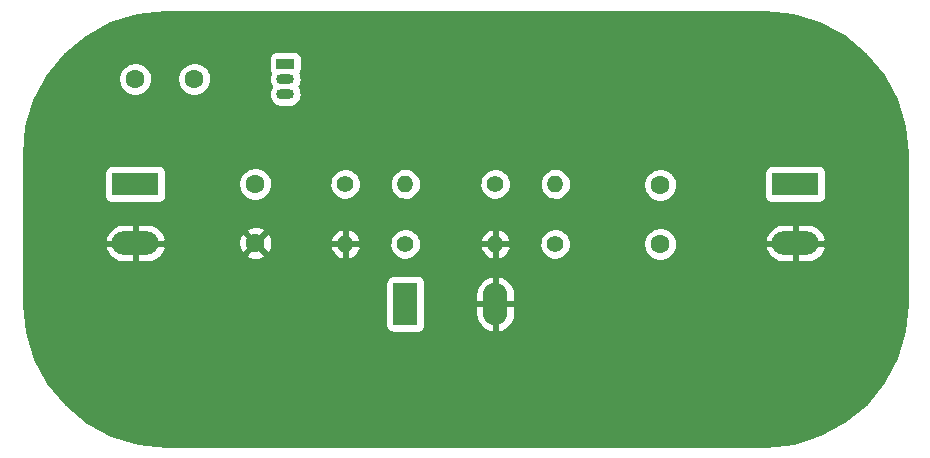
<source format=gbr>
G04 #@! TF.FileFunction,Copper,L2,Bot,Signal*
%FSLAX46Y46*%
G04 Gerber Fmt 4.6, Leading zero omitted, Abs format (unit mm)*
G04 Created by KiCad (PCBNEW 4.0.6) date 06/11/17 17:15:35*
%MOMM*%
%LPD*%
G01*
G04 APERTURE LIST*
%ADD10C,0.100000*%
%ADD11R,2.100000X3.600000*%
%ADD12O,2.100000X3.600000*%
%ADD13R,3.960000X1.980000*%
%ADD14O,3.960000X1.980000*%
%ADD15C,1.600000*%
%ADD16O,1.500000X0.900000*%
%ADD17R,1.500000X0.900000*%
%ADD18C,1.400000*%
%ADD19O,1.400000X1.400000*%
%ADD20C,0.254000*%
G04 APERTURE END LIST*
D10*
D11*
X83820000Y-63500000D03*
D12*
X91440000Y-63500000D03*
D13*
X116840000Y-53340000D03*
D14*
X116840000Y-58340000D03*
D15*
X60960000Y-44450000D03*
X65960000Y-44450000D03*
X71120000Y-53340000D03*
X71120000Y-58340000D03*
X105410000Y-53420000D03*
X105410000Y-58420000D03*
D13*
X60960000Y-53340000D03*
D14*
X60960000Y-58340000D03*
D16*
X73660000Y-44450000D03*
X73660000Y-45720000D03*
D17*
X73660000Y-43180000D03*
D18*
X83820000Y-58420000D03*
D19*
X83820000Y-53340000D03*
D18*
X91440000Y-53340000D03*
D19*
X91440000Y-58420000D03*
D18*
X96520000Y-58420000D03*
D19*
X96520000Y-53340000D03*
D18*
X78740000Y-53340000D03*
D19*
X78740000Y-58420000D03*
D20*
G36*
X116628206Y-39041687D02*
X118867735Y-39717840D01*
X120933283Y-40816112D01*
X122746165Y-42294663D01*
X124237340Y-44097185D01*
X125349999Y-46155003D01*
X126041772Y-48389759D01*
X126289820Y-50749782D01*
X126290000Y-50801327D01*
X126290000Y-63465280D01*
X126058313Y-65828206D01*
X125382160Y-68067735D01*
X124283890Y-70133280D01*
X122805339Y-71946162D01*
X121002822Y-73437336D01*
X118944993Y-74550001D01*
X116710240Y-75241772D01*
X114350218Y-75489820D01*
X114298674Y-75490000D01*
X63534720Y-75490000D01*
X61171794Y-75258313D01*
X58932265Y-74582160D01*
X56866720Y-73483890D01*
X55053838Y-72005339D01*
X53562664Y-70202822D01*
X52449999Y-68144993D01*
X51758228Y-65910240D01*
X51510180Y-63550218D01*
X51510000Y-63498674D01*
X51510000Y-61700000D01*
X82131928Y-61700000D01*
X82131928Y-65300000D01*
X82139992Y-65401121D01*
X82193106Y-65572634D01*
X82291900Y-65722559D01*
X82428550Y-65839025D01*
X82592237Y-65912810D01*
X82770000Y-65938072D01*
X84870000Y-65938072D01*
X84971121Y-65930008D01*
X85142634Y-65876894D01*
X85292559Y-65778100D01*
X85409025Y-65641450D01*
X85482810Y-65477763D01*
X85508072Y-65300000D01*
X85508072Y-63627000D01*
X89755000Y-63627000D01*
X89755000Y-64377000D01*
X89812153Y-64703287D01*
X89931864Y-65012154D01*
X90109531Y-65291732D01*
X90338327Y-65531277D01*
X90609460Y-65721583D01*
X90912510Y-65855337D01*
X91051721Y-65889654D01*
X91313000Y-65770957D01*
X91313000Y-63627000D01*
X91567000Y-63627000D01*
X91567000Y-65770957D01*
X91828279Y-65889654D01*
X91967490Y-65855337D01*
X92270540Y-65721583D01*
X92541673Y-65531277D01*
X92770469Y-65291732D01*
X92948136Y-65012154D01*
X93067847Y-64703287D01*
X93125000Y-64377000D01*
X93125000Y-63627000D01*
X91567000Y-63627000D01*
X91313000Y-63627000D01*
X89755000Y-63627000D01*
X85508072Y-63627000D01*
X85508072Y-62623000D01*
X89755000Y-62623000D01*
X89755000Y-63373000D01*
X91313000Y-63373000D01*
X91313000Y-61229043D01*
X91567000Y-61229043D01*
X91567000Y-63373000D01*
X93125000Y-63373000D01*
X93125000Y-62623000D01*
X93067847Y-62296713D01*
X92948136Y-61987846D01*
X92770469Y-61708268D01*
X92541673Y-61468723D01*
X92270540Y-61278417D01*
X91967490Y-61144663D01*
X91828279Y-61110346D01*
X91567000Y-61229043D01*
X91313000Y-61229043D01*
X91051721Y-61110346D01*
X90912510Y-61144663D01*
X90609460Y-61278417D01*
X90338327Y-61468723D01*
X90109531Y-61708268D01*
X89931864Y-61987846D01*
X89812153Y-62296713D01*
X89755000Y-62623000D01*
X85508072Y-62623000D01*
X85508072Y-61700000D01*
X85500008Y-61598879D01*
X85446894Y-61427366D01*
X85348100Y-61277441D01*
X85211450Y-61160975D01*
X85047763Y-61087190D01*
X84870000Y-61061928D01*
X82770000Y-61061928D01*
X82668879Y-61069992D01*
X82497366Y-61123106D01*
X82347441Y-61221900D01*
X82230975Y-61358550D01*
X82157190Y-61522237D01*
X82131928Y-61700000D01*
X51510000Y-61700000D01*
X51510000Y-58718865D01*
X58389782Y-58718865D01*
X58420095Y-58844528D01*
X58548304Y-59137205D01*
X58731148Y-59399246D01*
X58961601Y-59620581D01*
X59230806Y-59792704D01*
X59528418Y-59909000D01*
X59843000Y-59965000D01*
X60833000Y-59965000D01*
X60833000Y-58467000D01*
X61087000Y-58467000D01*
X61087000Y-59965000D01*
X62077000Y-59965000D01*
X62391582Y-59909000D01*
X62689194Y-59792704D01*
X62958399Y-59620581D01*
X63188852Y-59399246D01*
X63235284Y-59332702D01*
X70306903Y-59332702D01*
X70378486Y-59576671D01*
X70633996Y-59697571D01*
X70908184Y-59766300D01*
X71190512Y-59780217D01*
X71470130Y-59738787D01*
X71736292Y-59643603D01*
X71861514Y-59576671D01*
X71933097Y-59332702D01*
X71120000Y-58519605D01*
X70306903Y-59332702D01*
X63235284Y-59332702D01*
X63371696Y-59137205D01*
X63499905Y-58844528D01*
X63530218Y-58718865D01*
X63410740Y-58467000D01*
X61087000Y-58467000D01*
X60833000Y-58467000D01*
X58509260Y-58467000D01*
X58389782Y-58718865D01*
X51510000Y-58718865D01*
X51510000Y-58410512D01*
X69679783Y-58410512D01*
X69721213Y-58690130D01*
X69816397Y-58956292D01*
X69883329Y-59081514D01*
X70127298Y-59153097D01*
X70940395Y-58340000D01*
X71299605Y-58340000D01*
X72112702Y-59153097D01*
X72356671Y-59081514D01*
X72477571Y-58826004D01*
X72495787Y-58753330D01*
X77447278Y-58753330D01*
X77537147Y-58999123D01*
X77673241Y-59222660D01*
X77850330Y-59415351D01*
X78061608Y-59569792D01*
X78298956Y-59680047D01*
X78406671Y-59712716D01*
X78613000Y-59589374D01*
X78613000Y-58547000D01*
X78867000Y-58547000D01*
X78867000Y-59589374D01*
X79073329Y-59712716D01*
X79181044Y-59680047D01*
X79418392Y-59569792D01*
X79629670Y-59415351D01*
X79806759Y-59222660D01*
X79942853Y-58999123D01*
X80032722Y-58753330D01*
X79910201Y-58547000D01*
X78867000Y-58547000D01*
X78613000Y-58547000D01*
X77569799Y-58547000D01*
X77447278Y-58753330D01*
X72495787Y-58753330D01*
X72546300Y-58551816D01*
X72547264Y-58532250D01*
X82483246Y-58532250D01*
X82530507Y-58789756D01*
X82626884Y-59033178D01*
X82768707Y-59253244D01*
X82950574Y-59441572D01*
X83165556Y-59590989D01*
X83405466Y-59695803D01*
X83661166Y-59752023D01*
X83922915Y-59757505D01*
X84180745Y-59712043D01*
X84424834Y-59617367D01*
X84645885Y-59477084D01*
X84835478Y-59296537D01*
X84986392Y-59082603D01*
X85092878Y-58843430D01*
X85113348Y-58753330D01*
X90147278Y-58753330D01*
X90237147Y-58999123D01*
X90373241Y-59222660D01*
X90550330Y-59415351D01*
X90761608Y-59569792D01*
X90998956Y-59680047D01*
X91106671Y-59712716D01*
X91313000Y-59589374D01*
X91313000Y-58547000D01*
X91567000Y-58547000D01*
X91567000Y-59589374D01*
X91773329Y-59712716D01*
X91881044Y-59680047D01*
X92118392Y-59569792D01*
X92329670Y-59415351D01*
X92506759Y-59222660D01*
X92642853Y-58999123D01*
X92732722Y-58753330D01*
X92610201Y-58547000D01*
X91567000Y-58547000D01*
X91313000Y-58547000D01*
X90269799Y-58547000D01*
X90147278Y-58753330D01*
X85113348Y-58753330D01*
X85150881Y-58588129D01*
X85151661Y-58532250D01*
X95183246Y-58532250D01*
X95230507Y-58789756D01*
X95326884Y-59033178D01*
X95468707Y-59253244D01*
X95650574Y-59441572D01*
X95865556Y-59590989D01*
X96105466Y-59695803D01*
X96361166Y-59752023D01*
X96622915Y-59757505D01*
X96880745Y-59712043D01*
X97124834Y-59617367D01*
X97345885Y-59477084D01*
X97535478Y-59296537D01*
X97686392Y-59082603D01*
X97792878Y-58843430D01*
X97850881Y-58588129D01*
X97851543Y-58540659D01*
X103973114Y-58540659D01*
X104023915Y-58817453D01*
X104127512Y-59079109D01*
X104279959Y-59315660D01*
X104475448Y-59518095D01*
X104706534Y-59678704D01*
X104964415Y-59791369D01*
X105239268Y-59851800D01*
X105520624Y-59857693D01*
X105797767Y-59808826D01*
X106060140Y-59707058D01*
X106297749Y-59556267D01*
X106501544Y-59362195D01*
X106663762Y-59132236D01*
X106778225Y-58875148D01*
X106813731Y-58718865D01*
X114269782Y-58718865D01*
X114300095Y-58844528D01*
X114428304Y-59137205D01*
X114611148Y-59399246D01*
X114841601Y-59620581D01*
X115110806Y-59792704D01*
X115408418Y-59909000D01*
X115723000Y-59965000D01*
X116713000Y-59965000D01*
X116713000Y-58467000D01*
X116967000Y-58467000D01*
X116967000Y-59965000D01*
X117957000Y-59965000D01*
X118271582Y-59909000D01*
X118569194Y-59792704D01*
X118838399Y-59620581D01*
X119068852Y-59399246D01*
X119251696Y-59137205D01*
X119379905Y-58844528D01*
X119410218Y-58718865D01*
X119290740Y-58467000D01*
X116967000Y-58467000D01*
X116713000Y-58467000D01*
X114389260Y-58467000D01*
X114269782Y-58718865D01*
X106813731Y-58718865D01*
X106840573Y-58600723D01*
X106845061Y-58279291D01*
X106790400Y-58003233D01*
X106773049Y-57961135D01*
X114269782Y-57961135D01*
X114389260Y-58213000D01*
X116713000Y-58213000D01*
X116713000Y-56715000D01*
X116967000Y-56715000D01*
X116967000Y-58213000D01*
X119290740Y-58213000D01*
X119410218Y-57961135D01*
X119379905Y-57835472D01*
X119251696Y-57542795D01*
X119068852Y-57280754D01*
X118838399Y-57059419D01*
X118569194Y-56887296D01*
X118271582Y-56771000D01*
X117957000Y-56715000D01*
X116967000Y-56715000D01*
X116713000Y-56715000D01*
X115723000Y-56715000D01*
X115408418Y-56771000D01*
X115110806Y-56887296D01*
X114841601Y-57059419D01*
X114611148Y-57280754D01*
X114428304Y-57542795D01*
X114300095Y-57835472D01*
X114269782Y-57961135D01*
X106773049Y-57961135D01*
X106683160Y-57743049D01*
X106527426Y-57508650D01*
X106329129Y-57308964D01*
X106095823Y-57151597D01*
X105836394Y-57042543D01*
X105560724Y-56985956D01*
X105279313Y-56983991D01*
X105002880Y-57036724D01*
X104741954Y-57142145D01*
X104506473Y-57296239D01*
X104305408Y-57493137D01*
X104146416Y-57725339D01*
X104035553Y-57984000D01*
X103977043Y-58259268D01*
X103973114Y-58540659D01*
X97851543Y-58540659D01*
X97855057Y-58289097D01*
X97804205Y-58032276D01*
X97704438Y-57790223D01*
X97559556Y-57572159D01*
X97375078Y-57386388D01*
X97158030Y-57239988D01*
X96916680Y-57138533D01*
X96660221Y-57085890D01*
X96398420Y-57084062D01*
X96141251Y-57133120D01*
X95898507Y-57231194D01*
X95679437Y-57374550D01*
X95492383Y-57557727D01*
X95344471Y-57773747D01*
X95241334Y-58014383D01*
X95186901Y-58270469D01*
X95183246Y-58532250D01*
X85151661Y-58532250D01*
X85155057Y-58289097D01*
X85114976Y-58086670D01*
X90147278Y-58086670D01*
X90269799Y-58293000D01*
X91313000Y-58293000D01*
X91313000Y-57250626D01*
X91567000Y-57250626D01*
X91567000Y-58293000D01*
X92610201Y-58293000D01*
X92732722Y-58086670D01*
X92642853Y-57840877D01*
X92506759Y-57617340D01*
X92329670Y-57424649D01*
X92118392Y-57270208D01*
X91881044Y-57159953D01*
X91773329Y-57127284D01*
X91567000Y-57250626D01*
X91313000Y-57250626D01*
X91106671Y-57127284D01*
X90998956Y-57159953D01*
X90761608Y-57270208D01*
X90550330Y-57424649D01*
X90373241Y-57617340D01*
X90237147Y-57840877D01*
X90147278Y-58086670D01*
X85114976Y-58086670D01*
X85104205Y-58032276D01*
X85004438Y-57790223D01*
X84859556Y-57572159D01*
X84675078Y-57386388D01*
X84458030Y-57239988D01*
X84216680Y-57138533D01*
X83960221Y-57085890D01*
X83698420Y-57084062D01*
X83441251Y-57133120D01*
X83198507Y-57231194D01*
X82979437Y-57374550D01*
X82792383Y-57557727D01*
X82644471Y-57773747D01*
X82541334Y-58014383D01*
X82486901Y-58270469D01*
X82483246Y-58532250D01*
X72547264Y-58532250D01*
X72560217Y-58269488D01*
X72533130Y-58086670D01*
X77447278Y-58086670D01*
X77569799Y-58293000D01*
X78613000Y-58293000D01*
X78613000Y-57250626D01*
X78867000Y-57250626D01*
X78867000Y-58293000D01*
X79910201Y-58293000D01*
X80032722Y-58086670D01*
X79942853Y-57840877D01*
X79806759Y-57617340D01*
X79629670Y-57424649D01*
X79418392Y-57270208D01*
X79181044Y-57159953D01*
X79073329Y-57127284D01*
X78867000Y-57250626D01*
X78613000Y-57250626D01*
X78406671Y-57127284D01*
X78298956Y-57159953D01*
X78061608Y-57270208D01*
X77850330Y-57424649D01*
X77673241Y-57617340D01*
X77537147Y-57840877D01*
X77447278Y-58086670D01*
X72533130Y-58086670D01*
X72518787Y-57989870D01*
X72423603Y-57723708D01*
X72356671Y-57598486D01*
X72112702Y-57526903D01*
X71299605Y-58340000D01*
X70940395Y-58340000D01*
X70127298Y-57526903D01*
X69883329Y-57598486D01*
X69762429Y-57853996D01*
X69693700Y-58128184D01*
X69679783Y-58410512D01*
X51510000Y-58410512D01*
X51510000Y-57961135D01*
X58389782Y-57961135D01*
X58509260Y-58213000D01*
X60833000Y-58213000D01*
X60833000Y-56715000D01*
X61087000Y-56715000D01*
X61087000Y-58213000D01*
X63410740Y-58213000D01*
X63530218Y-57961135D01*
X63499905Y-57835472D01*
X63371696Y-57542795D01*
X63235285Y-57347298D01*
X70306903Y-57347298D01*
X71120000Y-58160395D01*
X71933097Y-57347298D01*
X71861514Y-57103329D01*
X71606004Y-56982429D01*
X71331816Y-56913700D01*
X71049488Y-56899783D01*
X70769870Y-56941213D01*
X70503708Y-57036397D01*
X70378486Y-57103329D01*
X70306903Y-57347298D01*
X63235285Y-57347298D01*
X63188852Y-57280754D01*
X62958399Y-57059419D01*
X62689194Y-56887296D01*
X62391582Y-56771000D01*
X62077000Y-56715000D01*
X61087000Y-56715000D01*
X60833000Y-56715000D01*
X59843000Y-56715000D01*
X59528418Y-56771000D01*
X59230806Y-56887296D01*
X58961601Y-57059419D01*
X58731148Y-57280754D01*
X58548304Y-57542795D01*
X58420095Y-57835472D01*
X58389782Y-57961135D01*
X51510000Y-57961135D01*
X51510000Y-52350000D01*
X58341928Y-52350000D01*
X58341928Y-54330000D01*
X58349992Y-54431121D01*
X58403106Y-54602634D01*
X58501900Y-54752559D01*
X58638550Y-54869025D01*
X58802237Y-54942810D01*
X58980000Y-54968072D01*
X62940000Y-54968072D01*
X63041121Y-54960008D01*
X63212634Y-54906894D01*
X63362559Y-54808100D01*
X63479025Y-54671450D01*
X63552810Y-54507763D01*
X63578072Y-54330000D01*
X63578072Y-53460659D01*
X69683114Y-53460659D01*
X69733915Y-53737453D01*
X69837512Y-53999109D01*
X69989959Y-54235660D01*
X70185448Y-54438095D01*
X70416534Y-54598704D01*
X70674415Y-54711369D01*
X70949268Y-54771800D01*
X71230624Y-54777693D01*
X71507767Y-54728826D01*
X71770140Y-54627058D01*
X72007749Y-54476267D01*
X72211544Y-54282195D01*
X72373762Y-54052236D01*
X72488225Y-53795148D01*
X72550573Y-53520723D01*
X72551529Y-53452250D01*
X77403246Y-53452250D01*
X77450507Y-53709756D01*
X77546884Y-53953178D01*
X77688707Y-54173244D01*
X77870574Y-54361572D01*
X78085556Y-54510989D01*
X78325466Y-54615803D01*
X78581166Y-54672023D01*
X78842915Y-54677505D01*
X79100745Y-54632043D01*
X79344834Y-54537367D01*
X79565885Y-54397084D01*
X79755478Y-54216537D01*
X79906392Y-54002603D01*
X80012878Y-53763430D01*
X80070881Y-53508129D01*
X80073319Y-53333541D01*
X82485000Y-53333541D01*
X82485000Y-53346459D01*
X82510425Y-53605762D01*
X82585731Y-53855188D01*
X82708050Y-54085237D01*
X82872723Y-54287146D01*
X83073477Y-54453224D01*
X83302667Y-54577146D01*
X83551561Y-54654192D01*
X83810680Y-54681426D01*
X84070154Y-54657812D01*
X84320100Y-54584249D01*
X84550997Y-54463539D01*
X84754051Y-54300280D01*
X84921527Y-54100690D01*
X85047046Y-53872371D01*
X85125827Y-53624021D01*
X85145094Y-53452250D01*
X90103246Y-53452250D01*
X90150507Y-53709756D01*
X90246884Y-53953178D01*
X90388707Y-54173244D01*
X90570574Y-54361572D01*
X90785556Y-54510989D01*
X91025466Y-54615803D01*
X91281166Y-54672023D01*
X91542915Y-54677505D01*
X91800745Y-54632043D01*
X92044834Y-54537367D01*
X92265885Y-54397084D01*
X92455478Y-54216537D01*
X92606392Y-54002603D01*
X92712878Y-53763430D01*
X92770881Y-53508129D01*
X92773319Y-53333541D01*
X95185000Y-53333541D01*
X95185000Y-53346459D01*
X95210425Y-53605762D01*
X95285731Y-53855188D01*
X95408050Y-54085237D01*
X95572723Y-54287146D01*
X95773477Y-54453224D01*
X96002667Y-54577146D01*
X96251561Y-54654192D01*
X96510680Y-54681426D01*
X96770154Y-54657812D01*
X97020100Y-54584249D01*
X97250997Y-54463539D01*
X97454051Y-54300280D01*
X97621527Y-54100690D01*
X97747046Y-53872371D01*
X97825827Y-53624021D01*
X97835177Y-53540659D01*
X103973114Y-53540659D01*
X104023915Y-53817453D01*
X104127512Y-54079109D01*
X104279959Y-54315660D01*
X104475448Y-54518095D01*
X104706534Y-54678704D01*
X104964415Y-54791369D01*
X105239268Y-54851800D01*
X105520624Y-54857693D01*
X105797767Y-54808826D01*
X106060140Y-54707058D01*
X106297749Y-54556267D01*
X106501544Y-54362195D01*
X106663762Y-54132236D01*
X106778225Y-53875148D01*
X106840573Y-53600723D01*
X106845061Y-53279291D01*
X106790400Y-53003233D01*
X106683160Y-52743049D01*
X106527426Y-52508650D01*
X106369880Y-52350000D01*
X114221928Y-52350000D01*
X114221928Y-54330000D01*
X114229992Y-54431121D01*
X114283106Y-54602634D01*
X114381900Y-54752559D01*
X114518550Y-54869025D01*
X114682237Y-54942810D01*
X114860000Y-54968072D01*
X118820000Y-54968072D01*
X118921121Y-54960008D01*
X119092634Y-54906894D01*
X119242559Y-54808100D01*
X119359025Y-54671450D01*
X119432810Y-54507763D01*
X119458072Y-54330000D01*
X119458072Y-52350000D01*
X119450008Y-52248879D01*
X119396894Y-52077366D01*
X119298100Y-51927441D01*
X119161450Y-51810975D01*
X118997763Y-51737190D01*
X118820000Y-51711928D01*
X114860000Y-51711928D01*
X114758879Y-51719992D01*
X114587366Y-51773106D01*
X114437441Y-51871900D01*
X114320975Y-52008550D01*
X114247190Y-52172237D01*
X114221928Y-52350000D01*
X106369880Y-52350000D01*
X106329129Y-52308964D01*
X106095823Y-52151597D01*
X105836394Y-52042543D01*
X105560724Y-51985956D01*
X105279313Y-51983991D01*
X105002880Y-52036724D01*
X104741954Y-52142145D01*
X104506473Y-52296239D01*
X104305408Y-52493137D01*
X104146416Y-52725339D01*
X104035553Y-52984000D01*
X103977043Y-53259268D01*
X103973114Y-53540659D01*
X97835177Y-53540659D01*
X97854870Y-53365099D01*
X97855000Y-53346459D01*
X97855000Y-53333541D01*
X97829575Y-53074238D01*
X97754269Y-52824812D01*
X97631950Y-52594763D01*
X97467277Y-52392854D01*
X97266523Y-52226776D01*
X97037333Y-52102854D01*
X96788439Y-52025808D01*
X96529320Y-51998574D01*
X96269846Y-52022188D01*
X96019900Y-52095751D01*
X95789003Y-52216461D01*
X95585949Y-52379720D01*
X95418473Y-52579310D01*
X95292954Y-52807629D01*
X95214173Y-53055979D01*
X95185130Y-53314901D01*
X95185000Y-53333541D01*
X92773319Y-53333541D01*
X92775057Y-53209097D01*
X92724205Y-52952276D01*
X92624438Y-52710223D01*
X92479556Y-52492159D01*
X92295078Y-52306388D01*
X92078030Y-52159988D01*
X91836680Y-52058533D01*
X91580221Y-52005890D01*
X91318420Y-52004062D01*
X91061251Y-52053120D01*
X90818507Y-52151194D01*
X90599437Y-52294550D01*
X90412383Y-52477727D01*
X90264471Y-52693747D01*
X90161334Y-52934383D01*
X90106901Y-53190469D01*
X90103246Y-53452250D01*
X85145094Y-53452250D01*
X85154870Y-53365099D01*
X85155000Y-53346459D01*
X85155000Y-53333541D01*
X85129575Y-53074238D01*
X85054269Y-52824812D01*
X84931950Y-52594763D01*
X84767277Y-52392854D01*
X84566523Y-52226776D01*
X84337333Y-52102854D01*
X84088439Y-52025808D01*
X83829320Y-51998574D01*
X83569846Y-52022188D01*
X83319900Y-52095751D01*
X83089003Y-52216461D01*
X82885949Y-52379720D01*
X82718473Y-52579310D01*
X82592954Y-52807629D01*
X82514173Y-53055979D01*
X82485130Y-53314901D01*
X82485000Y-53333541D01*
X80073319Y-53333541D01*
X80075057Y-53209097D01*
X80024205Y-52952276D01*
X79924438Y-52710223D01*
X79779556Y-52492159D01*
X79595078Y-52306388D01*
X79378030Y-52159988D01*
X79136680Y-52058533D01*
X78880221Y-52005890D01*
X78618420Y-52004062D01*
X78361251Y-52053120D01*
X78118507Y-52151194D01*
X77899437Y-52294550D01*
X77712383Y-52477727D01*
X77564471Y-52693747D01*
X77461334Y-52934383D01*
X77406901Y-53190469D01*
X77403246Y-53452250D01*
X72551529Y-53452250D01*
X72555061Y-53199291D01*
X72500400Y-52923233D01*
X72393160Y-52663049D01*
X72237426Y-52428650D01*
X72039129Y-52228964D01*
X71805823Y-52071597D01*
X71546394Y-51962543D01*
X71270724Y-51905956D01*
X70989313Y-51903991D01*
X70712880Y-51956724D01*
X70451954Y-52062145D01*
X70216473Y-52216239D01*
X70015408Y-52413137D01*
X69856416Y-52645339D01*
X69745553Y-52904000D01*
X69687043Y-53179268D01*
X69683114Y-53460659D01*
X63578072Y-53460659D01*
X63578072Y-52350000D01*
X63570008Y-52248879D01*
X63516894Y-52077366D01*
X63418100Y-51927441D01*
X63281450Y-51810975D01*
X63117763Y-51737190D01*
X62940000Y-51711928D01*
X58980000Y-51711928D01*
X58878879Y-51719992D01*
X58707366Y-51773106D01*
X58557441Y-51871900D01*
X58440975Y-52008550D01*
X58367190Y-52172237D01*
X58341928Y-52350000D01*
X51510000Y-52350000D01*
X51510000Y-50834720D01*
X51741687Y-48471794D01*
X52417840Y-46232265D01*
X53301332Y-44570659D01*
X59523114Y-44570659D01*
X59573915Y-44847453D01*
X59677512Y-45109109D01*
X59829959Y-45345660D01*
X60025448Y-45548095D01*
X60256534Y-45708704D01*
X60514415Y-45821369D01*
X60789268Y-45881800D01*
X61070624Y-45887693D01*
X61347767Y-45838826D01*
X61610140Y-45737058D01*
X61847749Y-45586267D01*
X62051544Y-45392195D01*
X62213762Y-45162236D01*
X62328225Y-44905148D01*
X62390573Y-44630723D01*
X62391411Y-44570659D01*
X64523114Y-44570659D01*
X64573915Y-44847453D01*
X64677512Y-45109109D01*
X64829959Y-45345660D01*
X65025448Y-45548095D01*
X65256534Y-45708704D01*
X65514415Y-45821369D01*
X65789268Y-45881800D01*
X66070624Y-45887693D01*
X66347767Y-45838826D01*
X66610140Y-45737058D01*
X66847749Y-45586267D01*
X67051544Y-45392195D01*
X67213762Y-45162236D01*
X67328225Y-44905148D01*
X67390573Y-44630723D01*
X67393202Y-44442425D01*
X72268325Y-44442425D01*
X72287517Y-44653309D01*
X72347305Y-44856448D01*
X72445410Y-45044106D01*
X72477745Y-45084323D01*
X72453793Y-45113276D01*
X72353077Y-45299546D01*
X72290460Y-45501830D01*
X72268325Y-45712425D01*
X72287517Y-45923309D01*
X72347305Y-46126448D01*
X72445410Y-46314106D01*
X72578096Y-46479135D01*
X72740310Y-46615248D01*
X72925872Y-46717262D01*
X73127715Y-46781290D01*
X73338150Y-46804894D01*
X73353299Y-46805000D01*
X73966701Y-46805000D01*
X74177445Y-46784336D01*
X74380162Y-46723132D01*
X74567131Y-46623720D01*
X74731229Y-46489884D01*
X74866207Y-46326724D01*
X74966923Y-46140454D01*
X75029540Y-45938170D01*
X75051675Y-45727575D01*
X75032483Y-45516691D01*
X74972695Y-45313552D01*
X74874590Y-45125894D01*
X74842255Y-45085677D01*
X74866207Y-45056724D01*
X74966923Y-44870454D01*
X75029540Y-44668170D01*
X75051675Y-44457575D01*
X75032483Y-44246691D01*
X74972695Y-44043552D01*
X74940333Y-43981649D01*
X74949025Y-43971450D01*
X75022810Y-43807763D01*
X75048072Y-43630000D01*
X75048072Y-42730000D01*
X75040008Y-42628879D01*
X74986894Y-42457366D01*
X74888100Y-42307441D01*
X74751450Y-42190975D01*
X74587763Y-42117190D01*
X74410000Y-42091928D01*
X72910000Y-42091928D01*
X72808879Y-42099992D01*
X72637366Y-42153106D01*
X72487441Y-42251900D01*
X72370975Y-42388550D01*
X72297190Y-42552237D01*
X72271928Y-42730000D01*
X72271928Y-43630000D01*
X72279992Y-43731121D01*
X72333106Y-43902634D01*
X72381769Y-43976482D01*
X72353077Y-44029546D01*
X72290460Y-44231830D01*
X72268325Y-44442425D01*
X67393202Y-44442425D01*
X67395061Y-44309291D01*
X67340400Y-44033233D01*
X67233160Y-43773049D01*
X67077426Y-43538650D01*
X66879129Y-43338964D01*
X66645823Y-43181597D01*
X66386394Y-43072543D01*
X66110724Y-43015956D01*
X65829313Y-43013991D01*
X65552880Y-43066724D01*
X65291954Y-43172145D01*
X65056473Y-43326239D01*
X64855408Y-43523137D01*
X64696416Y-43755339D01*
X64585553Y-44014000D01*
X64527043Y-44289268D01*
X64523114Y-44570659D01*
X62391411Y-44570659D01*
X62395061Y-44309291D01*
X62340400Y-44033233D01*
X62233160Y-43773049D01*
X62077426Y-43538650D01*
X61879129Y-43338964D01*
X61645823Y-43181597D01*
X61386394Y-43072543D01*
X61110724Y-43015956D01*
X60829313Y-43013991D01*
X60552880Y-43066724D01*
X60291954Y-43172145D01*
X60056473Y-43326239D01*
X59855408Y-43523137D01*
X59696416Y-43755339D01*
X59585553Y-44014000D01*
X59527043Y-44289268D01*
X59523114Y-44570659D01*
X53301332Y-44570659D01*
X53516112Y-44166717D01*
X54994663Y-42353835D01*
X56797185Y-40862660D01*
X58855003Y-39750001D01*
X61089759Y-39058228D01*
X63449782Y-38810180D01*
X63501327Y-38810000D01*
X114265280Y-38810000D01*
X116628206Y-39041687D01*
X116628206Y-39041687D01*
G37*
X116628206Y-39041687D02*
X118867735Y-39717840D01*
X120933283Y-40816112D01*
X122746165Y-42294663D01*
X124237340Y-44097185D01*
X125349999Y-46155003D01*
X126041772Y-48389759D01*
X126289820Y-50749782D01*
X126290000Y-50801327D01*
X126290000Y-63465280D01*
X126058313Y-65828206D01*
X125382160Y-68067735D01*
X124283890Y-70133280D01*
X122805339Y-71946162D01*
X121002822Y-73437336D01*
X118944993Y-74550001D01*
X116710240Y-75241772D01*
X114350218Y-75489820D01*
X114298674Y-75490000D01*
X63534720Y-75490000D01*
X61171794Y-75258313D01*
X58932265Y-74582160D01*
X56866720Y-73483890D01*
X55053838Y-72005339D01*
X53562664Y-70202822D01*
X52449999Y-68144993D01*
X51758228Y-65910240D01*
X51510180Y-63550218D01*
X51510000Y-63498674D01*
X51510000Y-61700000D01*
X82131928Y-61700000D01*
X82131928Y-65300000D01*
X82139992Y-65401121D01*
X82193106Y-65572634D01*
X82291900Y-65722559D01*
X82428550Y-65839025D01*
X82592237Y-65912810D01*
X82770000Y-65938072D01*
X84870000Y-65938072D01*
X84971121Y-65930008D01*
X85142634Y-65876894D01*
X85292559Y-65778100D01*
X85409025Y-65641450D01*
X85482810Y-65477763D01*
X85508072Y-65300000D01*
X85508072Y-63627000D01*
X89755000Y-63627000D01*
X89755000Y-64377000D01*
X89812153Y-64703287D01*
X89931864Y-65012154D01*
X90109531Y-65291732D01*
X90338327Y-65531277D01*
X90609460Y-65721583D01*
X90912510Y-65855337D01*
X91051721Y-65889654D01*
X91313000Y-65770957D01*
X91313000Y-63627000D01*
X91567000Y-63627000D01*
X91567000Y-65770957D01*
X91828279Y-65889654D01*
X91967490Y-65855337D01*
X92270540Y-65721583D01*
X92541673Y-65531277D01*
X92770469Y-65291732D01*
X92948136Y-65012154D01*
X93067847Y-64703287D01*
X93125000Y-64377000D01*
X93125000Y-63627000D01*
X91567000Y-63627000D01*
X91313000Y-63627000D01*
X89755000Y-63627000D01*
X85508072Y-63627000D01*
X85508072Y-62623000D01*
X89755000Y-62623000D01*
X89755000Y-63373000D01*
X91313000Y-63373000D01*
X91313000Y-61229043D01*
X91567000Y-61229043D01*
X91567000Y-63373000D01*
X93125000Y-63373000D01*
X93125000Y-62623000D01*
X93067847Y-62296713D01*
X92948136Y-61987846D01*
X92770469Y-61708268D01*
X92541673Y-61468723D01*
X92270540Y-61278417D01*
X91967490Y-61144663D01*
X91828279Y-61110346D01*
X91567000Y-61229043D01*
X91313000Y-61229043D01*
X91051721Y-61110346D01*
X90912510Y-61144663D01*
X90609460Y-61278417D01*
X90338327Y-61468723D01*
X90109531Y-61708268D01*
X89931864Y-61987846D01*
X89812153Y-62296713D01*
X89755000Y-62623000D01*
X85508072Y-62623000D01*
X85508072Y-61700000D01*
X85500008Y-61598879D01*
X85446894Y-61427366D01*
X85348100Y-61277441D01*
X85211450Y-61160975D01*
X85047763Y-61087190D01*
X84870000Y-61061928D01*
X82770000Y-61061928D01*
X82668879Y-61069992D01*
X82497366Y-61123106D01*
X82347441Y-61221900D01*
X82230975Y-61358550D01*
X82157190Y-61522237D01*
X82131928Y-61700000D01*
X51510000Y-61700000D01*
X51510000Y-58718865D01*
X58389782Y-58718865D01*
X58420095Y-58844528D01*
X58548304Y-59137205D01*
X58731148Y-59399246D01*
X58961601Y-59620581D01*
X59230806Y-59792704D01*
X59528418Y-59909000D01*
X59843000Y-59965000D01*
X60833000Y-59965000D01*
X60833000Y-58467000D01*
X61087000Y-58467000D01*
X61087000Y-59965000D01*
X62077000Y-59965000D01*
X62391582Y-59909000D01*
X62689194Y-59792704D01*
X62958399Y-59620581D01*
X63188852Y-59399246D01*
X63235284Y-59332702D01*
X70306903Y-59332702D01*
X70378486Y-59576671D01*
X70633996Y-59697571D01*
X70908184Y-59766300D01*
X71190512Y-59780217D01*
X71470130Y-59738787D01*
X71736292Y-59643603D01*
X71861514Y-59576671D01*
X71933097Y-59332702D01*
X71120000Y-58519605D01*
X70306903Y-59332702D01*
X63235284Y-59332702D01*
X63371696Y-59137205D01*
X63499905Y-58844528D01*
X63530218Y-58718865D01*
X63410740Y-58467000D01*
X61087000Y-58467000D01*
X60833000Y-58467000D01*
X58509260Y-58467000D01*
X58389782Y-58718865D01*
X51510000Y-58718865D01*
X51510000Y-58410512D01*
X69679783Y-58410512D01*
X69721213Y-58690130D01*
X69816397Y-58956292D01*
X69883329Y-59081514D01*
X70127298Y-59153097D01*
X70940395Y-58340000D01*
X71299605Y-58340000D01*
X72112702Y-59153097D01*
X72356671Y-59081514D01*
X72477571Y-58826004D01*
X72495787Y-58753330D01*
X77447278Y-58753330D01*
X77537147Y-58999123D01*
X77673241Y-59222660D01*
X77850330Y-59415351D01*
X78061608Y-59569792D01*
X78298956Y-59680047D01*
X78406671Y-59712716D01*
X78613000Y-59589374D01*
X78613000Y-58547000D01*
X78867000Y-58547000D01*
X78867000Y-59589374D01*
X79073329Y-59712716D01*
X79181044Y-59680047D01*
X79418392Y-59569792D01*
X79629670Y-59415351D01*
X79806759Y-59222660D01*
X79942853Y-58999123D01*
X80032722Y-58753330D01*
X79910201Y-58547000D01*
X78867000Y-58547000D01*
X78613000Y-58547000D01*
X77569799Y-58547000D01*
X77447278Y-58753330D01*
X72495787Y-58753330D01*
X72546300Y-58551816D01*
X72547264Y-58532250D01*
X82483246Y-58532250D01*
X82530507Y-58789756D01*
X82626884Y-59033178D01*
X82768707Y-59253244D01*
X82950574Y-59441572D01*
X83165556Y-59590989D01*
X83405466Y-59695803D01*
X83661166Y-59752023D01*
X83922915Y-59757505D01*
X84180745Y-59712043D01*
X84424834Y-59617367D01*
X84645885Y-59477084D01*
X84835478Y-59296537D01*
X84986392Y-59082603D01*
X85092878Y-58843430D01*
X85113348Y-58753330D01*
X90147278Y-58753330D01*
X90237147Y-58999123D01*
X90373241Y-59222660D01*
X90550330Y-59415351D01*
X90761608Y-59569792D01*
X90998956Y-59680047D01*
X91106671Y-59712716D01*
X91313000Y-59589374D01*
X91313000Y-58547000D01*
X91567000Y-58547000D01*
X91567000Y-59589374D01*
X91773329Y-59712716D01*
X91881044Y-59680047D01*
X92118392Y-59569792D01*
X92329670Y-59415351D01*
X92506759Y-59222660D01*
X92642853Y-58999123D01*
X92732722Y-58753330D01*
X92610201Y-58547000D01*
X91567000Y-58547000D01*
X91313000Y-58547000D01*
X90269799Y-58547000D01*
X90147278Y-58753330D01*
X85113348Y-58753330D01*
X85150881Y-58588129D01*
X85151661Y-58532250D01*
X95183246Y-58532250D01*
X95230507Y-58789756D01*
X95326884Y-59033178D01*
X95468707Y-59253244D01*
X95650574Y-59441572D01*
X95865556Y-59590989D01*
X96105466Y-59695803D01*
X96361166Y-59752023D01*
X96622915Y-59757505D01*
X96880745Y-59712043D01*
X97124834Y-59617367D01*
X97345885Y-59477084D01*
X97535478Y-59296537D01*
X97686392Y-59082603D01*
X97792878Y-58843430D01*
X97850881Y-58588129D01*
X97851543Y-58540659D01*
X103973114Y-58540659D01*
X104023915Y-58817453D01*
X104127512Y-59079109D01*
X104279959Y-59315660D01*
X104475448Y-59518095D01*
X104706534Y-59678704D01*
X104964415Y-59791369D01*
X105239268Y-59851800D01*
X105520624Y-59857693D01*
X105797767Y-59808826D01*
X106060140Y-59707058D01*
X106297749Y-59556267D01*
X106501544Y-59362195D01*
X106663762Y-59132236D01*
X106778225Y-58875148D01*
X106813731Y-58718865D01*
X114269782Y-58718865D01*
X114300095Y-58844528D01*
X114428304Y-59137205D01*
X114611148Y-59399246D01*
X114841601Y-59620581D01*
X115110806Y-59792704D01*
X115408418Y-59909000D01*
X115723000Y-59965000D01*
X116713000Y-59965000D01*
X116713000Y-58467000D01*
X116967000Y-58467000D01*
X116967000Y-59965000D01*
X117957000Y-59965000D01*
X118271582Y-59909000D01*
X118569194Y-59792704D01*
X118838399Y-59620581D01*
X119068852Y-59399246D01*
X119251696Y-59137205D01*
X119379905Y-58844528D01*
X119410218Y-58718865D01*
X119290740Y-58467000D01*
X116967000Y-58467000D01*
X116713000Y-58467000D01*
X114389260Y-58467000D01*
X114269782Y-58718865D01*
X106813731Y-58718865D01*
X106840573Y-58600723D01*
X106845061Y-58279291D01*
X106790400Y-58003233D01*
X106773049Y-57961135D01*
X114269782Y-57961135D01*
X114389260Y-58213000D01*
X116713000Y-58213000D01*
X116713000Y-56715000D01*
X116967000Y-56715000D01*
X116967000Y-58213000D01*
X119290740Y-58213000D01*
X119410218Y-57961135D01*
X119379905Y-57835472D01*
X119251696Y-57542795D01*
X119068852Y-57280754D01*
X118838399Y-57059419D01*
X118569194Y-56887296D01*
X118271582Y-56771000D01*
X117957000Y-56715000D01*
X116967000Y-56715000D01*
X116713000Y-56715000D01*
X115723000Y-56715000D01*
X115408418Y-56771000D01*
X115110806Y-56887296D01*
X114841601Y-57059419D01*
X114611148Y-57280754D01*
X114428304Y-57542795D01*
X114300095Y-57835472D01*
X114269782Y-57961135D01*
X106773049Y-57961135D01*
X106683160Y-57743049D01*
X106527426Y-57508650D01*
X106329129Y-57308964D01*
X106095823Y-57151597D01*
X105836394Y-57042543D01*
X105560724Y-56985956D01*
X105279313Y-56983991D01*
X105002880Y-57036724D01*
X104741954Y-57142145D01*
X104506473Y-57296239D01*
X104305408Y-57493137D01*
X104146416Y-57725339D01*
X104035553Y-57984000D01*
X103977043Y-58259268D01*
X103973114Y-58540659D01*
X97851543Y-58540659D01*
X97855057Y-58289097D01*
X97804205Y-58032276D01*
X97704438Y-57790223D01*
X97559556Y-57572159D01*
X97375078Y-57386388D01*
X97158030Y-57239988D01*
X96916680Y-57138533D01*
X96660221Y-57085890D01*
X96398420Y-57084062D01*
X96141251Y-57133120D01*
X95898507Y-57231194D01*
X95679437Y-57374550D01*
X95492383Y-57557727D01*
X95344471Y-57773747D01*
X95241334Y-58014383D01*
X95186901Y-58270469D01*
X95183246Y-58532250D01*
X85151661Y-58532250D01*
X85155057Y-58289097D01*
X85114976Y-58086670D01*
X90147278Y-58086670D01*
X90269799Y-58293000D01*
X91313000Y-58293000D01*
X91313000Y-57250626D01*
X91567000Y-57250626D01*
X91567000Y-58293000D01*
X92610201Y-58293000D01*
X92732722Y-58086670D01*
X92642853Y-57840877D01*
X92506759Y-57617340D01*
X92329670Y-57424649D01*
X92118392Y-57270208D01*
X91881044Y-57159953D01*
X91773329Y-57127284D01*
X91567000Y-57250626D01*
X91313000Y-57250626D01*
X91106671Y-57127284D01*
X90998956Y-57159953D01*
X90761608Y-57270208D01*
X90550330Y-57424649D01*
X90373241Y-57617340D01*
X90237147Y-57840877D01*
X90147278Y-58086670D01*
X85114976Y-58086670D01*
X85104205Y-58032276D01*
X85004438Y-57790223D01*
X84859556Y-57572159D01*
X84675078Y-57386388D01*
X84458030Y-57239988D01*
X84216680Y-57138533D01*
X83960221Y-57085890D01*
X83698420Y-57084062D01*
X83441251Y-57133120D01*
X83198507Y-57231194D01*
X82979437Y-57374550D01*
X82792383Y-57557727D01*
X82644471Y-57773747D01*
X82541334Y-58014383D01*
X82486901Y-58270469D01*
X82483246Y-58532250D01*
X72547264Y-58532250D01*
X72560217Y-58269488D01*
X72533130Y-58086670D01*
X77447278Y-58086670D01*
X77569799Y-58293000D01*
X78613000Y-58293000D01*
X78613000Y-57250626D01*
X78867000Y-57250626D01*
X78867000Y-58293000D01*
X79910201Y-58293000D01*
X80032722Y-58086670D01*
X79942853Y-57840877D01*
X79806759Y-57617340D01*
X79629670Y-57424649D01*
X79418392Y-57270208D01*
X79181044Y-57159953D01*
X79073329Y-57127284D01*
X78867000Y-57250626D01*
X78613000Y-57250626D01*
X78406671Y-57127284D01*
X78298956Y-57159953D01*
X78061608Y-57270208D01*
X77850330Y-57424649D01*
X77673241Y-57617340D01*
X77537147Y-57840877D01*
X77447278Y-58086670D01*
X72533130Y-58086670D01*
X72518787Y-57989870D01*
X72423603Y-57723708D01*
X72356671Y-57598486D01*
X72112702Y-57526903D01*
X71299605Y-58340000D01*
X70940395Y-58340000D01*
X70127298Y-57526903D01*
X69883329Y-57598486D01*
X69762429Y-57853996D01*
X69693700Y-58128184D01*
X69679783Y-58410512D01*
X51510000Y-58410512D01*
X51510000Y-57961135D01*
X58389782Y-57961135D01*
X58509260Y-58213000D01*
X60833000Y-58213000D01*
X60833000Y-56715000D01*
X61087000Y-56715000D01*
X61087000Y-58213000D01*
X63410740Y-58213000D01*
X63530218Y-57961135D01*
X63499905Y-57835472D01*
X63371696Y-57542795D01*
X63235285Y-57347298D01*
X70306903Y-57347298D01*
X71120000Y-58160395D01*
X71933097Y-57347298D01*
X71861514Y-57103329D01*
X71606004Y-56982429D01*
X71331816Y-56913700D01*
X71049488Y-56899783D01*
X70769870Y-56941213D01*
X70503708Y-57036397D01*
X70378486Y-57103329D01*
X70306903Y-57347298D01*
X63235285Y-57347298D01*
X63188852Y-57280754D01*
X62958399Y-57059419D01*
X62689194Y-56887296D01*
X62391582Y-56771000D01*
X62077000Y-56715000D01*
X61087000Y-56715000D01*
X60833000Y-56715000D01*
X59843000Y-56715000D01*
X59528418Y-56771000D01*
X59230806Y-56887296D01*
X58961601Y-57059419D01*
X58731148Y-57280754D01*
X58548304Y-57542795D01*
X58420095Y-57835472D01*
X58389782Y-57961135D01*
X51510000Y-57961135D01*
X51510000Y-52350000D01*
X58341928Y-52350000D01*
X58341928Y-54330000D01*
X58349992Y-54431121D01*
X58403106Y-54602634D01*
X58501900Y-54752559D01*
X58638550Y-54869025D01*
X58802237Y-54942810D01*
X58980000Y-54968072D01*
X62940000Y-54968072D01*
X63041121Y-54960008D01*
X63212634Y-54906894D01*
X63362559Y-54808100D01*
X63479025Y-54671450D01*
X63552810Y-54507763D01*
X63578072Y-54330000D01*
X63578072Y-53460659D01*
X69683114Y-53460659D01*
X69733915Y-53737453D01*
X69837512Y-53999109D01*
X69989959Y-54235660D01*
X70185448Y-54438095D01*
X70416534Y-54598704D01*
X70674415Y-54711369D01*
X70949268Y-54771800D01*
X71230624Y-54777693D01*
X71507767Y-54728826D01*
X71770140Y-54627058D01*
X72007749Y-54476267D01*
X72211544Y-54282195D01*
X72373762Y-54052236D01*
X72488225Y-53795148D01*
X72550573Y-53520723D01*
X72551529Y-53452250D01*
X77403246Y-53452250D01*
X77450507Y-53709756D01*
X77546884Y-53953178D01*
X77688707Y-54173244D01*
X77870574Y-54361572D01*
X78085556Y-54510989D01*
X78325466Y-54615803D01*
X78581166Y-54672023D01*
X78842915Y-54677505D01*
X79100745Y-54632043D01*
X79344834Y-54537367D01*
X79565885Y-54397084D01*
X79755478Y-54216537D01*
X79906392Y-54002603D01*
X80012878Y-53763430D01*
X80070881Y-53508129D01*
X80073319Y-53333541D01*
X82485000Y-53333541D01*
X82485000Y-53346459D01*
X82510425Y-53605762D01*
X82585731Y-53855188D01*
X82708050Y-54085237D01*
X82872723Y-54287146D01*
X83073477Y-54453224D01*
X83302667Y-54577146D01*
X83551561Y-54654192D01*
X83810680Y-54681426D01*
X84070154Y-54657812D01*
X84320100Y-54584249D01*
X84550997Y-54463539D01*
X84754051Y-54300280D01*
X84921527Y-54100690D01*
X85047046Y-53872371D01*
X85125827Y-53624021D01*
X85145094Y-53452250D01*
X90103246Y-53452250D01*
X90150507Y-53709756D01*
X90246884Y-53953178D01*
X90388707Y-54173244D01*
X90570574Y-54361572D01*
X90785556Y-54510989D01*
X91025466Y-54615803D01*
X91281166Y-54672023D01*
X91542915Y-54677505D01*
X91800745Y-54632043D01*
X92044834Y-54537367D01*
X92265885Y-54397084D01*
X92455478Y-54216537D01*
X92606392Y-54002603D01*
X92712878Y-53763430D01*
X92770881Y-53508129D01*
X92773319Y-53333541D01*
X95185000Y-53333541D01*
X95185000Y-53346459D01*
X95210425Y-53605762D01*
X95285731Y-53855188D01*
X95408050Y-54085237D01*
X95572723Y-54287146D01*
X95773477Y-54453224D01*
X96002667Y-54577146D01*
X96251561Y-54654192D01*
X96510680Y-54681426D01*
X96770154Y-54657812D01*
X97020100Y-54584249D01*
X97250997Y-54463539D01*
X97454051Y-54300280D01*
X97621527Y-54100690D01*
X97747046Y-53872371D01*
X97825827Y-53624021D01*
X97835177Y-53540659D01*
X103973114Y-53540659D01*
X104023915Y-53817453D01*
X104127512Y-54079109D01*
X104279959Y-54315660D01*
X104475448Y-54518095D01*
X104706534Y-54678704D01*
X104964415Y-54791369D01*
X105239268Y-54851800D01*
X105520624Y-54857693D01*
X105797767Y-54808826D01*
X106060140Y-54707058D01*
X106297749Y-54556267D01*
X106501544Y-54362195D01*
X106663762Y-54132236D01*
X106778225Y-53875148D01*
X106840573Y-53600723D01*
X106845061Y-53279291D01*
X106790400Y-53003233D01*
X106683160Y-52743049D01*
X106527426Y-52508650D01*
X106369880Y-52350000D01*
X114221928Y-52350000D01*
X114221928Y-54330000D01*
X114229992Y-54431121D01*
X114283106Y-54602634D01*
X114381900Y-54752559D01*
X114518550Y-54869025D01*
X114682237Y-54942810D01*
X114860000Y-54968072D01*
X118820000Y-54968072D01*
X118921121Y-54960008D01*
X119092634Y-54906894D01*
X119242559Y-54808100D01*
X119359025Y-54671450D01*
X119432810Y-54507763D01*
X119458072Y-54330000D01*
X119458072Y-52350000D01*
X119450008Y-52248879D01*
X119396894Y-52077366D01*
X119298100Y-51927441D01*
X119161450Y-51810975D01*
X118997763Y-51737190D01*
X118820000Y-51711928D01*
X114860000Y-51711928D01*
X114758879Y-51719992D01*
X114587366Y-51773106D01*
X114437441Y-51871900D01*
X114320975Y-52008550D01*
X114247190Y-52172237D01*
X114221928Y-52350000D01*
X106369880Y-52350000D01*
X106329129Y-52308964D01*
X106095823Y-52151597D01*
X105836394Y-52042543D01*
X105560724Y-51985956D01*
X105279313Y-51983991D01*
X105002880Y-52036724D01*
X104741954Y-52142145D01*
X104506473Y-52296239D01*
X104305408Y-52493137D01*
X104146416Y-52725339D01*
X104035553Y-52984000D01*
X103977043Y-53259268D01*
X103973114Y-53540659D01*
X97835177Y-53540659D01*
X97854870Y-53365099D01*
X97855000Y-53346459D01*
X97855000Y-53333541D01*
X97829575Y-53074238D01*
X97754269Y-52824812D01*
X97631950Y-52594763D01*
X97467277Y-52392854D01*
X97266523Y-52226776D01*
X97037333Y-52102854D01*
X96788439Y-52025808D01*
X96529320Y-51998574D01*
X96269846Y-52022188D01*
X96019900Y-52095751D01*
X95789003Y-52216461D01*
X95585949Y-52379720D01*
X95418473Y-52579310D01*
X95292954Y-52807629D01*
X95214173Y-53055979D01*
X95185130Y-53314901D01*
X95185000Y-53333541D01*
X92773319Y-53333541D01*
X92775057Y-53209097D01*
X92724205Y-52952276D01*
X92624438Y-52710223D01*
X92479556Y-52492159D01*
X92295078Y-52306388D01*
X92078030Y-52159988D01*
X91836680Y-52058533D01*
X91580221Y-52005890D01*
X91318420Y-52004062D01*
X91061251Y-52053120D01*
X90818507Y-52151194D01*
X90599437Y-52294550D01*
X90412383Y-52477727D01*
X90264471Y-52693747D01*
X90161334Y-52934383D01*
X90106901Y-53190469D01*
X90103246Y-53452250D01*
X85145094Y-53452250D01*
X85154870Y-53365099D01*
X85155000Y-53346459D01*
X85155000Y-53333541D01*
X85129575Y-53074238D01*
X85054269Y-52824812D01*
X84931950Y-52594763D01*
X84767277Y-52392854D01*
X84566523Y-52226776D01*
X84337333Y-52102854D01*
X84088439Y-52025808D01*
X83829320Y-51998574D01*
X83569846Y-52022188D01*
X83319900Y-52095751D01*
X83089003Y-52216461D01*
X82885949Y-52379720D01*
X82718473Y-52579310D01*
X82592954Y-52807629D01*
X82514173Y-53055979D01*
X82485130Y-53314901D01*
X82485000Y-53333541D01*
X80073319Y-53333541D01*
X80075057Y-53209097D01*
X80024205Y-52952276D01*
X79924438Y-52710223D01*
X79779556Y-52492159D01*
X79595078Y-52306388D01*
X79378030Y-52159988D01*
X79136680Y-52058533D01*
X78880221Y-52005890D01*
X78618420Y-52004062D01*
X78361251Y-52053120D01*
X78118507Y-52151194D01*
X77899437Y-52294550D01*
X77712383Y-52477727D01*
X77564471Y-52693747D01*
X77461334Y-52934383D01*
X77406901Y-53190469D01*
X77403246Y-53452250D01*
X72551529Y-53452250D01*
X72555061Y-53199291D01*
X72500400Y-52923233D01*
X72393160Y-52663049D01*
X72237426Y-52428650D01*
X72039129Y-52228964D01*
X71805823Y-52071597D01*
X71546394Y-51962543D01*
X71270724Y-51905956D01*
X70989313Y-51903991D01*
X70712880Y-51956724D01*
X70451954Y-52062145D01*
X70216473Y-52216239D01*
X70015408Y-52413137D01*
X69856416Y-52645339D01*
X69745553Y-52904000D01*
X69687043Y-53179268D01*
X69683114Y-53460659D01*
X63578072Y-53460659D01*
X63578072Y-52350000D01*
X63570008Y-52248879D01*
X63516894Y-52077366D01*
X63418100Y-51927441D01*
X63281450Y-51810975D01*
X63117763Y-51737190D01*
X62940000Y-51711928D01*
X58980000Y-51711928D01*
X58878879Y-51719992D01*
X58707366Y-51773106D01*
X58557441Y-51871900D01*
X58440975Y-52008550D01*
X58367190Y-52172237D01*
X58341928Y-52350000D01*
X51510000Y-52350000D01*
X51510000Y-50834720D01*
X51741687Y-48471794D01*
X52417840Y-46232265D01*
X53301332Y-44570659D01*
X59523114Y-44570659D01*
X59573915Y-44847453D01*
X59677512Y-45109109D01*
X59829959Y-45345660D01*
X60025448Y-45548095D01*
X60256534Y-45708704D01*
X60514415Y-45821369D01*
X60789268Y-45881800D01*
X61070624Y-45887693D01*
X61347767Y-45838826D01*
X61610140Y-45737058D01*
X61847749Y-45586267D01*
X62051544Y-45392195D01*
X62213762Y-45162236D01*
X62328225Y-44905148D01*
X62390573Y-44630723D01*
X62391411Y-44570659D01*
X64523114Y-44570659D01*
X64573915Y-44847453D01*
X64677512Y-45109109D01*
X64829959Y-45345660D01*
X65025448Y-45548095D01*
X65256534Y-45708704D01*
X65514415Y-45821369D01*
X65789268Y-45881800D01*
X66070624Y-45887693D01*
X66347767Y-45838826D01*
X66610140Y-45737058D01*
X66847749Y-45586267D01*
X67051544Y-45392195D01*
X67213762Y-45162236D01*
X67328225Y-44905148D01*
X67390573Y-44630723D01*
X67393202Y-44442425D01*
X72268325Y-44442425D01*
X72287517Y-44653309D01*
X72347305Y-44856448D01*
X72445410Y-45044106D01*
X72477745Y-45084323D01*
X72453793Y-45113276D01*
X72353077Y-45299546D01*
X72290460Y-45501830D01*
X72268325Y-45712425D01*
X72287517Y-45923309D01*
X72347305Y-46126448D01*
X72445410Y-46314106D01*
X72578096Y-46479135D01*
X72740310Y-46615248D01*
X72925872Y-46717262D01*
X73127715Y-46781290D01*
X73338150Y-46804894D01*
X73353299Y-46805000D01*
X73966701Y-46805000D01*
X74177445Y-46784336D01*
X74380162Y-46723132D01*
X74567131Y-46623720D01*
X74731229Y-46489884D01*
X74866207Y-46326724D01*
X74966923Y-46140454D01*
X75029540Y-45938170D01*
X75051675Y-45727575D01*
X75032483Y-45516691D01*
X74972695Y-45313552D01*
X74874590Y-45125894D01*
X74842255Y-45085677D01*
X74866207Y-45056724D01*
X74966923Y-44870454D01*
X75029540Y-44668170D01*
X75051675Y-44457575D01*
X75032483Y-44246691D01*
X74972695Y-44043552D01*
X74940333Y-43981649D01*
X74949025Y-43971450D01*
X75022810Y-43807763D01*
X75048072Y-43630000D01*
X75048072Y-42730000D01*
X75040008Y-42628879D01*
X74986894Y-42457366D01*
X74888100Y-42307441D01*
X74751450Y-42190975D01*
X74587763Y-42117190D01*
X74410000Y-42091928D01*
X72910000Y-42091928D01*
X72808879Y-42099992D01*
X72637366Y-42153106D01*
X72487441Y-42251900D01*
X72370975Y-42388550D01*
X72297190Y-42552237D01*
X72271928Y-42730000D01*
X72271928Y-43630000D01*
X72279992Y-43731121D01*
X72333106Y-43902634D01*
X72381769Y-43976482D01*
X72353077Y-44029546D01*
X72290460Y-44231830D01*
X72268325Y-44442425D01*
X67393202Y-44442425D01*
X67395061Y-44309291D01*
X67340400Y-44033233D01*
X67233160Y-43773049D01*
X67077426Y-43538650D01*
X66879129Y-43338964D01*
X66645823Y-43181597D01*
X66386394Y-43072543D01*
X66110724Y-43015956D01*
X65829313Y-43013991D01*
X65552880Y-43066724D01*
X65291954Y-43172145D01*
X65056473Y-43326239D01*
X64855408Y-43523137D01*
X64696416Y-43755339D01*
X64585553Y-44014000D01*
X64527043Y-44289268D01*
X64523114Y-44570659D01*
X62391411Y-44570659D01*
X62395061Y-44309291D01*
X62340400Y-44033233D01*
X62233160Y-43773049D01*
X62077426Y-43538650D01*
X61879129Y-43338964D01*
X61645823Y-43181597D01*
X61386394Y-43072543D01*
X61110724Y-43015956D01*
X60829313Y-43013991D01*
X60552880Y-43066724D01*
X60291954Y-43172145D01*
X60056473Y-43326239D01*
X59855408Y-43523137D01*
X59696416Y-43755339D01*
X59585553Y-44014000D01*
X59527043Y-44289268D01*
X59523114Y-44570659D01*
X53301332Y-44570659D01*
X53516112Y-44166717D01*
X54994663Y-42353835D01*
X56797185Y-40862660D01*
X58855003Y-39750001D01*
X61089759Y-39058228D01*
X63449782Y-38810180D01*
X63501327Y-38810000D01*
X114265280Y-38810000D01*
X116628206Y-39041687D01*
M02*

</source>
